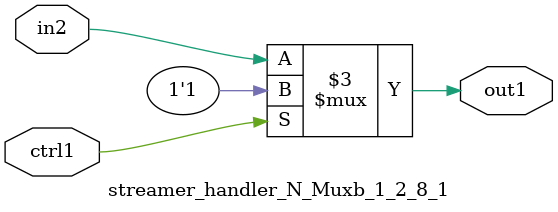
<source format=v>

`timescale 1ps / 1ps


module streamer_handler_N_Muxb_1_2_8_1( in2, ctrl1, out1 );

    input in2;
    input ctrl1;
    output out1;
    reg out1;

    
    // rtl_process:streamer_handler_N_Muxb_1_2_8_1/streamer_handler_N_Muxb_1_2_8_1_thread_1
    always @*
      begin : streamer_handler_N_Muxb_1_2_8_1_thread_1
        case (ctrl1) 
          1'b1: 
            begin
              out1 = 1'b1;
            end
          default: 
            begin
              out1 = in2;
            end
        endcase
      end

endmodule


</source>
